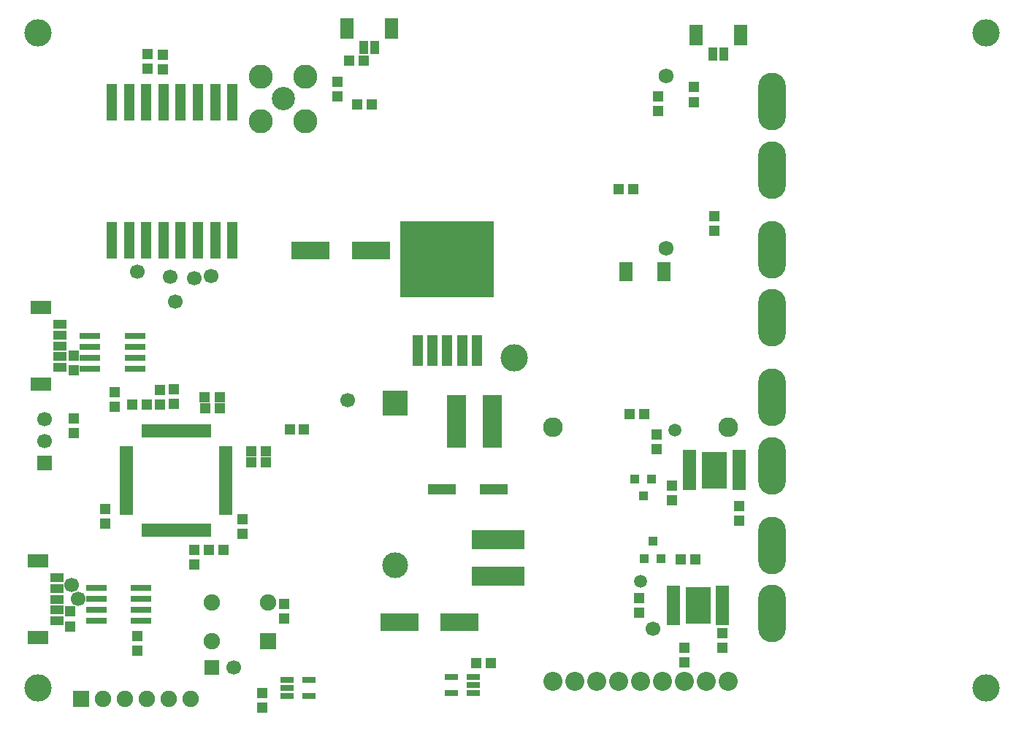
<source format=gbr>
%TF.GenerationSoftware,Novarm,DipTrace,3.3.1.1*%
%TF.CreationDate,2019-02-09T17:58:48-08:00*%
%FSLAX26Y26*%
%MOIN*%
%TF.FileFunction,Soldermask,Top*%
%TF.Part,Single*%
%ADD36C,0.059055*%
%ADD65C,0.09*%
%ADD66C,0.125*%
%ADD76C,0.066935*%
%ADD78C,0.086896*%
%ADD80R,0.04725X0.141738*%
%ADD82R,0.42914X0.346463*%
%ADD84R,0.096463X0.062998*%
%ADD86R,0.059061X0.041345*%
%ADD88R,0.094494X0.031502*%
%ADD90R,0.059455X0.025597*%
%ADD92R,0.112211X0.16536*%
%ADD94R,0.059849X0.030321*%
%ADD96R,0.062998X0.096463*%
%ADD98R,0.041345X0.059061*%
%ADD100R,0.04725X0.16536*%
%ADD102R,0.019691X0.064967*%
%ADD104R,0.064967X0.019691*%
%ADD106R,0.2441X0.08662*%
%ADD108R,0.08662X0.2441*%
%ADD110R,0.045282X0.04725*%
%ADD112C,0.074809*%
%ADD114R,0.074809X0.074809*%
%ADD116O,0.12599X0.263786*%
%ADD118C,0.06788*%
%ADD120C,0.066935*%
%ADD122R,0.066935X0.066935*%
%ADD124R,0.039376X0.043313*%
%ADD126C,0.118116*%
%ADD128R,0.118116X0.118116*%
%ADD130R,0.062998X0.090557*%
%ADD132R,0.129927X0.051187*%
%ADD134R,0.173234X0.082683*%
%ADD136R,0.051187X0.04725*%
%ADD138R,0.04725X0.051187*%
%ADD140C,0.106305*%
%ADD142C,0.110242*%
G75*
G01*
%LPD*%
D142*
X1566501Y3137749D3*
X1769257D3*
Y3340505D3*
X1566501D3*
D140*
X1667879Y3239127D3*
D138*
X1119932Y3374462D3*
Y3441391D3*
X1047749Y3375249D3*
Y3442178D3*
D136*
X1394181Y1179161D3*
X1327252D3*
D138*
X1481500Y1319000D3*
Y1252071D3*
D136*
X1309974Y1876715D3*
X1376903D3*
X1587749Y1581500D3*
X1520820D3*
X1587749Y1631500D3*
X1520820D3*
X1310251Y1825251D3*
X1377180D3*
X979092Y1841883D3*
X1046021D3*
D138*
X856500Y1300249D3*
Y1367178D3*
X1000249Y787749D3*
Y720820D3*
X1670497Y934261D3*
Y867332D3*
X1106500Y1844000D3*
Y1910929D3*
D134*
X1792521Y2546451D3*
X2068112D3*
D132*
X2628777Y1456369D3*
X2392556D3*
D138*
X3672751Y800249D3*
Y733320D3*
X3747751Y1381499D3*
Y1314570D3*
D134*
X2472545Y850181D3*
X2196954D3*
D136*
X3547749Y1137749D3*
X3480820D3*
D138*
X3441130Y1407441D3*
Y1474370D3*
X897710Y1900071D3*
Y1833142D3*
D130*
X3232478Y2448799D3*
X3405706D3*
D128*
X2178999Y1850249D3*
D126*
Y1108517D3*
D124*
X3310249Y1425249D3*
X3347651Y1503990D3*
X3272848D3*
D136*
X2072587Y3212434D3*
X2005657D3*
D124*
X3353631Y1219942D3*
X3316230Y1141202D3*
X3391033D3*
D122*
X578992Y1575106D3*
D120*
Y1675106D3*
Y1775106D3*
D118*
X3416194Y3343671D3*
Y2556269D3*
D116*
X3897661Y2550570D3*
Y2239546D3*
X3897749Y1200463D3*
Y889440D3*
Y3225249D3*
Y2914226D3*
Y1875392D3*
Y1564369D3*
D122*
X1341500Y643999D3*
D120*
X1441500D3*
D114*
X744000Y500249D3*
D112*
X844000D3*
X944000D3*
X1044000D3*
X1144000D3*
X1244000D3*
D110*
X1760249Y1731500D3*
X1697257D3*
D108*
X2457017Y1766782D3*
X2622371D3*
D106*
X2647749Y1225251D3*
Y1059896D3*
D138*
X3377341Y3249739D3*
Y3182810D3*
D136*
X2035089Y3412413D3*
X1968160D3*
X3197751Y2825251D3*
X3264680D3*
D138*
X3635249Y2637751D3*
Y2704680D3*
X3541182Y3224933D3*
Y3291862D3*
X1916348Y3249913D3*
Y3316843D3*
X694000Y831500D3*
Y898429D3*
X1262749Y1181500D3*
Y1114571D3*
X3499965Y733715D3*
Y666786D3*
X710228Y2000062D3*
Y2066991D3*
X3372751Y1706499D3*
Y1639570D3*
X1169000Y1912749D3*
Y1845820D3*
D136*
X3316499Y1800249D3*
X3249570D3*
X2547751Y662751D3*
X2614680D3*
D138*
X1572751Y525251D3*
Y458322D3*
X710249Y1779678D3*
Y1712749D3*
X3291499Y893999D3*
Y960928D3*
D114*
X1597751Y762749D3*
D112*
Y939915D3*
X1341845D3*
Y762749D3*
D104*
X1405638Y1348362D3*
Y1368047D3*
Y1387732D3*
Y1407417D3*
Y1427102D3*
Y1446787D3*
Y1466472D3*
Y1486157D3*
Y1505843D3*
Y1525528D3*
Y1545213D3*
Y1564898D3*
Y1584583D3*
Y1604268D3*
Y1623953D3*
Y1643638D3*
D102*
X1326898Y1722378D3*
X1307213D3*
X1287528D3*
X1267843D3*
X1248157D3*
X1228472D3*
X1208787D3*
X1189102D3*
X1169417D3*
X1149732D3*
X1130047D3*
X1110362D3*
X1090677D3*
X1070992D3*
X1051307D3*
X1031622D3*
D104*
X952882Y1643638D3*
Y1623953D3*
Y1604268D3*
Y1584583D3*
Y1564898D3*
Y1545213D3*
Y1525528D3*
Y1505843D3*
Y1486157D3*
Y1466472D3*
Y1446787D3*
Y1427102D3*
Y1407417D3*
Y1387732D3*
Y1368047D3*
Y1348362D3*
D102*
X1031622Y1269622D3*
X1051307D3*
X1070992D3*
X1090677D3*
X1110362D3*
X1130047D3*
X1149732D3*
X1169417D3*
X1189102D3*
X1208787D3*
X1228472D3*
X1248157D3*
X1267843D3*
X1287528D3*
X1307213D3*
X1326898D3*
D100*
X885251Y2594000D3*
X963991D3*
X1042731D3*
X1121471D3*
X1200211D3*
X1278951D3*
X1357692D3*
X1436432D3*
Y3223921D3*
X1357692D3*
X1278951D3*
X1200211D3*
X1121471D3*
X1042731D3*
X963991D3*
X885251D3*
D98*
X2035089Y3474907D3*
X2084302D3*
D96*
X2161073Y3561324D3*
X1958318D3*
D94*
X2535251Y525251D3*
Y562652D3*
Y600054D3*
X2436825D3*
Y525251D3*
D98*
X3628672Y3443660D3*
X3677885D3*
D96*
X3754656Y3530077D3*
X3551900D3*
D92*
X3560249Y925251D3*
D90*
X3448045Y1002022D3*
Y976432D3*
Y950841D3*
Y925251D3*
Y899660D3*
Y874070D3*
Y848479D3*
X3672454Y1002022D3*
Y976432D3*
Y950841D3*
Y925251D3*
Y899660D3*
Y874070D3*
Y848479D3*
D88*
X1019000Y856500D3*
Y906500D3*
Y956500D3*
Y1006500D3*
X814276Y856500D3*
Y906500D3*
Y956500D3*
Y1006500D3*
D86*
X635238Y856430D3*
Y905643D3*
Y954856D3*
Y1004068D3*
Y1053281D3*
D84*
X548820Y1130053D3*
Y779659D3*
D82*
X2416651Y2507449D3*
D80*
X2282793Y2090126D3*
X2349722D3*
X2416651D3*
X2483580D3*
X2550509D3*
D78*
X2897749Y581499D3*
X2997749D3*
X3097749D3*
X3197749D3*
X3297749D3*
X3397749D3*
X3497749D3*
X3597749D3*
X3697749D3*
D65*
X2897749Y1741499D3*
X3697749D3*
D92*
X3634836Y1544948D3*
D90*
X3522631Y1621719D3*
Y1596129D3*
Y1570538D3*
Y1544948D3*
Y1519357D3*
Y1493766D3*
Y1468176D3*
X3747041Y1621719D3*
Y1596129D3*
Y1570538D3*
Y1544948D3*
Y1519357D3*
Y1493766D3*
Y1468176D3*
D94*
X1685249Y587749D3*
Y550348D3*
Y512946D3*
X1783675D3*
Y587749D3*
D88*
X991449Y2006310D3*
Y2056310D3*
Y2106310D3*
Y2156310D3*
X786724Y2006310D3*
Y2056310D3*
Y2106310D3*
Y2156310D3*
D86*
X647736Y2012559D3*
Y2061772D3*
Y2110984D3*
Y2160197D3*
Y2209409D3*
D84*
X561319Y2286181D3*
Y1935787D3*
D66*
X549000Y3539000D3*
X2722751Y2056500D3*
X549000Y549000D3*
X4874000D3*
Y3539000D3*
D36*
X3454000Y1725249D3*
X3297749Y1037749D3*
D76*
X1962749Y1862749D3*
X700249Y1019000D3*
X731500Y956500D3*
X1000249Y2450249D3*
X1175249Y2312749D3*
X1150249Y2425249D3*
X1262749Y2419000D3*
X1337749Y2431500D3*
X3356500Y819000D3*
M02*

</source>
